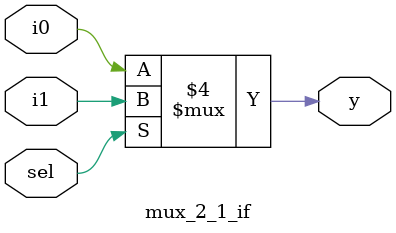
<source format=v>
module mux_2_1_if(input i0, i1, sel, output reg y);
    always @(sel)
    begin
        if (sel == 0)
            y = i0;
        else
            y = i1;
    end
endmodule

</source>
